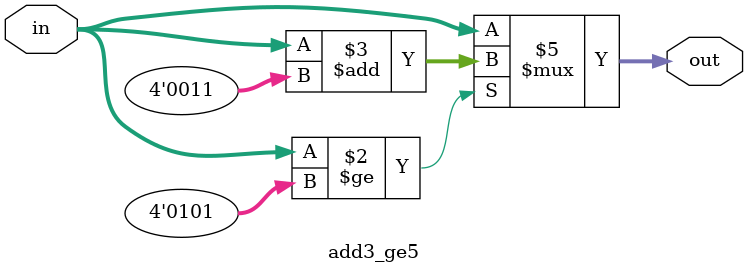
<source format=v>
module add3_ge5 (in,out);

	input [3:0] in;
	output reg [3:0] out;
	
	always @ (in)
		if (in >= 4'd5)
			out <= in + 4'd3;
		else
			out <= in;
endmodule
</source>
